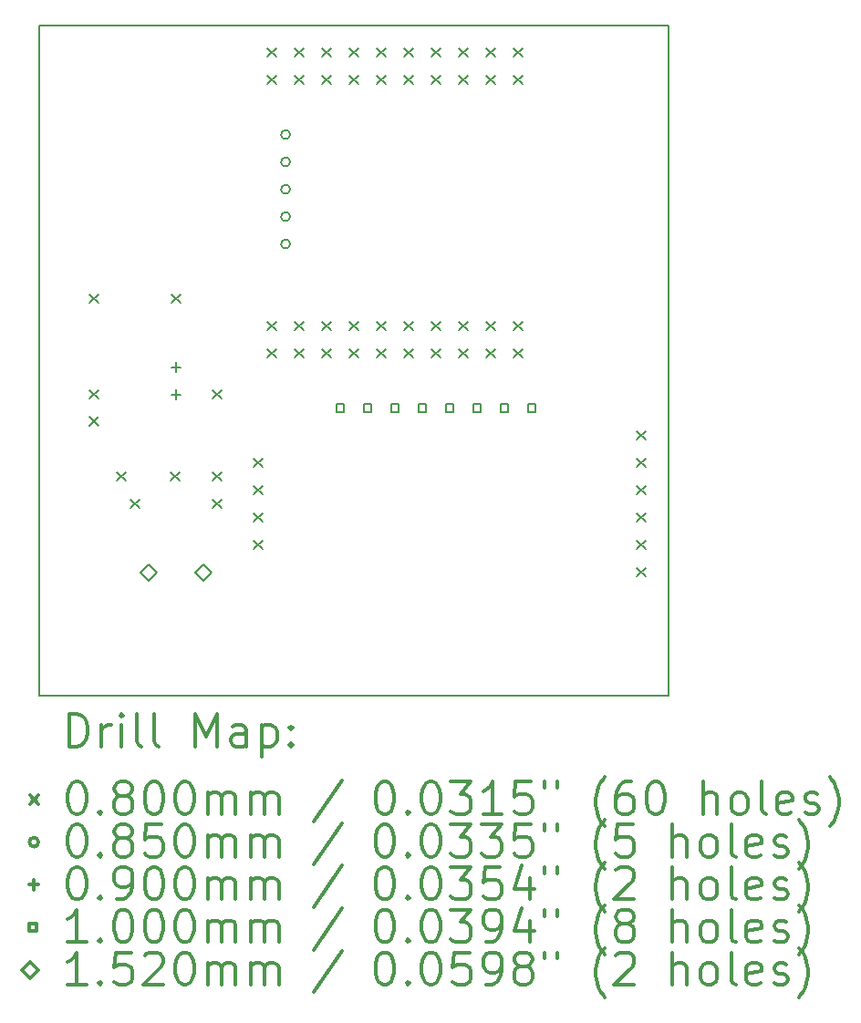
<source format=gbr>
%FSLAX45Y45*%
G04 Gerber Fmt 4.5, Leading zero omitted, Abs format (unit mm)*
G04 Created by KiCad (PCBNEW (5.1.12)-1) date 2022-01-06 10:15:55*
%MOMM*%
%LPD*%
G01*
G04 APERTURE LIST*
%TA.AperFunction,Profile*%
%ADD10C,0.150000*%
%TD*%
%ADD11C,0.200000*%
%ADD12C,0.300000*%
G04 APERTURE END LIST*
D10*
X17272000Y-7112000D02*
X11430000Y-7112000D01*
X17272000Y-13335000D02*
X17272000Y-7112000D01*
X11430000Y-13335000D02*
X17272000Y-13335000D01*
X11430000Y-7112000D02*
X11430000Y-13335000D01*
D11*
X11898000Y-9612000D02*
X11978000Y-9692000D01*
X11978000Y-9612000D02*
X11898000Y-9692000D01*
X11898000Y-10501000D02*
X11978000Y-10581000D01*
X11978000Y-10501000D02*
X11898000Y-10581000D01*
X11898000Y-10751000D02*
X11978000Y-10831000D01*
X11978000Y-10751000D02*
X11898000Y-10831000D01*
X12152000Y-11263000D02*
X12232000Y-11343000D01*
X12232000Y-11263000D02*
X12152000Y-11343000D01*
X12279000Y-11517000D02*
X12359000Y-11597000D01*
X12359000Y-11517000D02*
X12279000Y-11597000D01*
X12652000Y-11263000D02*
X12732000Y-11343000D01*
X12732000Y-11263000D02*
X12652000Y-11343000D01*
X12660000Y-9612000D02*
X12740000Y-9692000D01*
X12740000Y-9612000D02*
X12660000Y-9692000D01*
X13041000Y-10501000D02*
X13121000Y-10581000D01*
X13121000Y-10501000D02*
X13041000Y-10581000D01*
X13041000Y-11263000D02*
X13121000Y-11343000D01*
X13121000Y-11263000D02*
X13041000Y-11343000D01*
X13041000Y-11517000D02*
X13121000Y-11597000D01*
X13121000Y-11517000D02*
X13041000Y-11597000D01*
X13422000Y-11136000D02*
X13502000Y-11216000D01*
X13502000Y-11136000D02*
X13422000Y-11216000D01*
X13422000Y-11390000D02*
X13502000Y-11470000D01*
X13502000Y-11390000D02*
X13422000Y-11470000D01*
X13422000Y-11644000D02*
X13502000Y-11724000D01*
X13502000Y-11644000D02*
X13422000Y-11724000D01*
X13422000Y-11898000D02*
X13502000Y-11978000D01*
X13502000Y-11898000D02*
X13422000Y-11978000D01*
X13549000Y-7326000D02*
X13629000Y-7406000D01*
X13629000Y-7326000D02*
X13549000Y-7406000D01*
X13549000Y-7580000D02*
X13629000Y-7660000D01*
X13629000Y-7580000D02*
X13549000Y-7660000D01*
X13549000Y-9866000D02*
X13629000Y-9946000D01*
X13629000Y-9866000D02*
X13549000Y-9946000D01*
X13549000Y-10120000D02*
X13629000Y-10200000D01*
X13629000Y-10120000D02*
X13549000Y-10200000D01*
X13803000Y-7326000D02*
X13883000Y-7406000D01*
X13883000Y-7326000D02*
X13803000Y-7406000D01*
X13803000Y-7580000D02*
X13883000Y-7660000D01*
X13883000Y-7580000D02*
X13803000Y-7660000D01*
X13803000Y-9866000D02*
X13883000Y-9946000D01*
X13883000Y-9866000D02*
X13803000Y-9946000D01*
X13803000Y-10120000D02*
X13883000Y-10200000D01*
X13883000Y-10120000D02*
X13803000Y-10200000D01*
X14057000Y-7326000D02*
X14137000Y-7406000D01*
X14137000Y-7326000D02*
X14057000Y-7406000D01*
X14057000Y-7580000D02*
X14137000Y-7660000D01*
X14137000Y-7580000D02*
X14057000Y-7660000D01*
X14057000Y-9866000D02*
X14137000Y-9946000D01*
X14137000Y-9866000D02*
X14057000Y-9946000D01*
X14057000Y-10120000D02*
X14137000Y-10200000D01*
X14137000Y-10120000D02*
X14057000Y-10200000D01*
X14311000Y-7326000D02*
X14391000Y-7406000D01*
X14391000Y-7326000D02*
X14311000Y-7406000D01*
X14311000Y-7580000D02*
X14391000Y-7660000D01*
X14391000Y-7580000D02*
X14311000Y-7660000D01*
X14311000Y-9866000D02*
X14391000Y-9946000D01*
X14391000Y-9866000D02*
X14311000Y-9946000D01*
X14311000Y-10120000D02*
X14391000Y-10200000D01*
X14391000Y-10120000D02*
X14311000Y-10200000D01*
X14565000Y-7326000D02*
X14645000Y-7406000D01*
X14645000Y-7326000D02*
X14565000Y-7406000D01*
X14565000Y-7580000D02*
X14645000Y-7660000D01*
X14645000Y-7580000D02*
X14565000Y-7660000D01*
X14565000Y-9866000D02*
X14645000Y-9946000D01*
X14645000Y-9866000D02*
X14565000Y-9946000D01*
X14565000Y-10120000D02*
X14645000Y-10200000D01*
X14645000Y-10120000D02*
X14565000Y-10200000D01*
X14819000Y-7326000D02*
X14899000Y-7406000D01*
X14899000Y-7326000D02*
X14819000Y-7406000D01*
X14819000Y-7580000D02*
X14899000Y-7660000D01*
X14899000Y-7580000D02*
X14819000Y-7660000D01*
X14819000Y-9866000D02*
X14899000Y-9946000D01*
X14899000Y-9866000D02*
X14819000Y-9946000D01*
X14819000Y-10120000D02*
X14899000Y-10200000D01*
X14899000Y-10120000D02*
X14819000Y-10200000D01*
X15073000Y-7326000D02*
X15153000Y-7406000D01*
X15153000Y-7326000D02*
X15073000Y-7406000D01*
X15073000Y-7580000D02*
X15153000Y-7660000D01*
X15153000Y-7580000D02*
X15073000Y-7660000D01*
X15073000Y-9866000D02*
X15153000Y-9946000D01*
X15153000Y-9866000D02*
X15073000Y-9946000D01*
X15073000Y-10120000D02*
X15153000Y-10200000D01*
X15153000Y-10120000D02*
X15073000Y-10200000D01*
X15327000Y-7326000D02*
X15407000Y-7406000D01*
X15407000Y-7326000D02*
X15327000Y-7406000D01*
X15327000Y-7580000D02*
X15407000Y-7660000D01*
X15407000Y-7580000D02*
X15327000Y-7660000D01*
X15327000Y-9866000D02*
X15407000Y-9946000D01*
X15407000Y-9866000D02*
X15327000Y-9946000D01*
X15327000Y-10120000D02*
X15407000Y-10200000D01*
X15407000Y-10120000D02*
X15327000Y-10200000D01*
X15581000Y-7326000D02*
X15661000Y-7406000D01*
X15661000Y-7326000D02*
X15581000Y-7406000D01*
X15581000Y-7580000D02*
X15661000Y-7660000D01*
X15661000Y-7580000D02*
X15581000Y-7660000D01*
X15581000Y-9866000D02*
X15661000Y-9946000D01*
X15661000Y-9866000D02*
X15581000Y-9946000D01*
X15581000Y-10120000D02*
X15661000Y-10200000D01*
X15661000Y-10120000D02*
X15581000Y-10200000D01*
X15835000Y-7326000D02*
X15915000Y-7406000D01*
X15915000Y-7326000D02*
X15835000Y-7406000D01*
X15835000Y-7580000D02*
X15915000Y-7660000D01*
X15915000Y-7580000D02*
X15835000Y-7660000D01*
X15835000Y-9866000D02*
X15915000Y-9946000D01*
X15915000Y-9866000D02*
X15835000Y-9946000D01*
X15835000Y-10120000D02*
X15915000Y-10200000D01*
X15915000Y-10120000D02*
X15835000Y-10200000D01*
X16978000Y-10882000D02*
X17058000Y-10962000D01*
X17058000Y-10882000D02*
X16978000Y-10962000D01*
X16978000Y-11136000D02*
X17058000Y-11216000D01*
X17058000Y-11136000D02*
X16978000Y-11216000D01*
X16978000Y-11390000D02*
X17058000Y-11470000D01*
X17058000Y-11390000D02*
X16978000Y-11470000D01*
X16978000Y-11644000D02*
X17058000Y-11724000D01*
X17058000Y-11644000D02*
X16978000Y-11724000D01*
X16978000Y-11898000D02*
X17058000Y-11978000D01*
X17058000Y-11898000D02*
X16978000Y-11978000D01*
X16978000Y-12152000D02*
X17058000Y-12232000D01*
X17058000Y-12152000D02*
X16978000Y-12232000D01*
X13758500Y-8128000D02*
G75*
G03*
X13758500Y-8128000I-42500J0D01*
G01*
X13758500Y-8382000D02*
G75*
G03*
X13758500Y-8382000I-42500J0D01*
G01*
X13758500Y-8636000D02*
G75*
G03*
X13758500Y-8636000I-42500J0D01*
G01*
X13758500Y-8890000D02*
G75*
G03*
X13758500Y-8890000I-42500J0D01*
G01*
X13758500Y-9144000D02*
G75*
G03*
X13758500Y-9144000I-42500J0D01*
G01*
X12700000Y-10242000D02*
X12700000Y-10332000D01*
X12655000Y-10287000D02*
X12745000Y-10287000D01*
X12700000Y-10496000D02*
X12700000Y-10586000D01*
X12655000Y-10541000D02*
X12745000Y-10541000D01*
X14259356Y-10703356D02*
X14259356Y-10632644D01*
X14188644Y-10632644D01*
X14188644Y-10703356D01*
X14259356Y-10703356D01*
X14513356Y-10703356D02*
X14513356Y-10632644D01*
X14442644Y-10632644D01*
X14442644Y-10703356D01*
X14513356Y-10703356D01*
X14767356Y-10703356D02*
X14767356Y-10632644D01*
X14696644Y-10632644D01*
X14696644Y-10703356D01*
X14767356Y-10703356D01*
X15021356Y-10703356D02*
X15021356Y-10632644D01*
X14950644Y-10632644D01*
X14950644Y-10703356D01*
X15021356Y-10703356D01*
X15275356Y-10703356D02*
X15275356Y-10632644D01*
X15204644Y-10632644D01*
X15204644Y-10703356D01*
X15275356Y-10703356D01*
X15529356Y-10703356D02*
X15529356Y-10632644D01*
X15458644Y-10632644D01*
X15458644Y-10703356D01*
X15529356Y-10703356D01*
X15783356Y-10703356D02*
X15783356Y-10632644D01*
X15712644Y-10632644D01*
X15712644Y-10703356D01*
X15783356Y-10703356D01*
X16037356Y-10703356D02*
X16037356Y-10632644D01*
X15966644Y-10632644D01*
X15966644Y-10703356D01*
X16037356Y-10703356D01*
X12446000Y-12268000D02*
X12522000Y-12192000D01*
X12446000Y-12116000D01*
X12370000Y-12192000D01*
X12446000Y-12268000D01*
X12954000Y-12268000D02*
X13030000Y-12192000D01*
X12954000Y-12116000D01*
X12878000Y-12192000D01*
X12954000Y-12268000D01*
D12*
X11708928Y-13808214D02*
X11708928Y-13508214D01*
X11780357Y-13508214D01*
X11823214Y-13522500D01*
X11851786Y-13551071D01*
X11866071Y-13579643D01*
X11880357Y-13636786D01*
X11880357Y-13679643D01*
X11866071Y-13736786D01*
X11851786Y-13765357D01*
X11823214Y-13793929D01*
X11780357Y-13808214D01*
X11708928Y-13808214D01*
X12008928Y-13808214D02*
X12008928Y-13608214D01*
X12008928Y-13665357D02*
X12023214Y-13636786D01*
X12037500Y-13622500D01*
X12066071Y-13608214D01*
X12094643Y-13608214D01*
X12194643Y-13808214D02*
X12194643Y-13608214D01*
X12194643Y-13508214D02*
X12180357Y-13522500D01*
X12194643Y-13536786D01*
X12208928Y-13522500D01*
X12194643Y-13508214D01*
X12194643Y-13536786D01*
X12380357Y-13808214D02*
X12351786Y-13793929D01*
X12337500Y-13765357D01*
X12337500Y-13508214D01*
X12537500Y-13808214D02*
X12508928Y-13793929D01*
X12494643Y-13765357D01*
X12494643Y-13508214D01*
X12880357Y-13808214D02*
X12880357Y-13508214D01*
X12980357Y-13722500D01*
X13080357Y-13508214D01*
X13080357Y-13808214D01*
X13351786Y-13808214D02*
X13351786Y-13651071D01*
X13337500Y-13622500D01*
X13308928Y-13608214D01*
X13251786Y-13608214D01*
X13223214Y-13622500D01*
X13351786Y-13793929D02*
X13323214Y-13808214D01*
X13251786Y-13808214D01*
X13223214Y-13793929D01*
X13208928Y-13765357D01*
X13208928Y-13736786D01*
X13223214Y-13708214D01*
X13251786Y-13693929D01*
X13323214Y-13693929D01*
X13351786Y-13679643D01*
X13494643Y-13608214D02*
X13494643Y-13908214D01*
X13494643Y-13622500D02*
X13523214Y-13608214D01*
X13580357Y-13608214D01*
X13608928Y-13622500D01*
X13623214Y-13636786D01*
X13637500Y-13665357D01*
X13637500Y-13751071D01*
X13623214Y-13779643D01*
X13608928Y-13793929D01*
X13580357Y-13808214D01*
X13523214Y-13808214D01*
X13494643Y-13793929D01*
X13766071Y-13779643D02*
X13780357Y-13793929D01*
X13766071Y-13808214D01*
X13751786Y-13793929D01*
X13766071Y-13779643D01*
X13766071Y-13808214D01*
X13766071Y-13622500D02*
X13780357Y-13636786D01*
X13766071Y-13651071D01*
X13751786Y-13636786D01*
X13766071Y-13622500D01*
X13766071Y-13651071D01*
X11342500Y-14262500D02*
X11422500Y-14342500D01*
X11422500Y-14262500D02*
X11342500Y-14342500D01*
X11766071Y-14138214D02*
X11794643Y-14138214D01*
X11823214Y-14152500D01*
X11837500Y-14166786D01*
X11851786Y-14195357D01*
X11866071Y-14252500D01*
X11866071Y-14323929D01*
X11851786Y-14381071D01*
X11837500Y-14409643D01*
X11823214Y-14423929D01*
X11794643Y-14438214D01*
X11766071Y-14438214D01*
X11737500Y-14423929D01*
X11723214Y-14409643D01*
X11708928Y-14381071D01*
X11694643Y-14323929D01*
X11694643Y-14252500D01*
X11708928Y-14195357D01*
X11723214Y-14166786D01*
X11737500Y-14152500D01*
X11766071Y-14138214D01*
X11994643Y-14409643D02*
X12008928Y-14423929D01*
X11994643Y-14438214D01*
X11980357Y-14423929D01*
X11994643Y-14409643D01*
X11994643Y-14438214D01*
X12180357Y-14266786D02*
X12151786Y-14252500D01*
X12137500Y-14238214D01*
X12123214Y-14209643D01*
X12123214Y-14195357D01*
X12137500Y-14166786D01*
X12151786Y-14152500D01*
X12180357Y-14138214D01*
X12237500Y-14138214D01*
X12266071Y-14152500D01*
X12280357Y-14166786D01*
X12294643Y-14195357D01*
X12294643Y-14209643D01*
X12280357Y-14238214D01*
X12266071Y-14252500D01*
X12237500Y-14266786D01*
X12180357Y-14266786D01*
X12151786Y-14281071D01*
X12137500Y-14295357D01*
X12123214Y-14323929D01*
X12123214Y-14381071D01*
X12137500Y-14409643D01*
X12151786Y-14423929D01*
X12180357Y-14438214D01*
X12237500Y-14438214D01*
X12266071Y-14423929D01*
X12280357Y-14409643D01*
X12294643Y-14381071D01*
X12294643Y-14323929D01*
X12280357Y-14295357D01*
X12266071Y-14281071D01*
X12237500Y-14266786D01*
X12480357Y-14138214D02*
X12508928Y-14138214D01*
X12537500Y-14152500D01*
X12551786Y-14166786D01*
X12566071Y-14195357D01*
X12580357Y-14252500D01*
X12580357Y-14323929D01*
X12566071Y-14381071D01*
X12551786Y-14409643D01*
X12537500Y-14423929D01*
X12508928Y-14438214D01*
X12480357Y-14438214D01*
X12451786Y-14423929D01*
X12437500Y-14409643D01*
X12423214Y-14381071D01*
X12408928Y-14323929D01*
X12408928Y-14252500D01*
X12423214Y-14195357D01*
X12437500Y-14166786D01*
X12451786Y-14152500D01*
X12480357Y-14138214D01*
X12766071Y-14138214D02*
X12794643Y-14138214D01*
X12823214Y-14152500D01*
X12837500Y-14166786D01*
X12851786Y-14195357D01*
X12866071Y-14252500D01*
X12866071Y-14323929D01*
X12851786Y-14381071D01*
X12837500Y-14409643D01*
X12823214Y-14423929D01*
X12794643Y-14438214D01*
X12766071Y-14438214D01*
X12737500Y-14423929D01*
X12723214Y-14409643D01*
X12708928Y-14381071D01*
X12694643Y-14323929D01*
X12694643Y-14252500D01*
X12708928Y-14195357D01*
X12723214Y-14166786D01*
X12737500Y-14152500D01*
X12766071Y-14138214D01*
X12994643Y-14438214D02*
X12994643Y-14238214D01*
X12994643Y-14266786D02*
X13008928Y-14252500D01*
X13037500Y-14238214D01*
X13080357Y-14238214D01*
X13108928Y-14252500D01*
X13123214Y-14281071D01*
X13123214Y-14438214D01*
X13123214Y-14281071D02*
X13137500Y-14252500D01*
X13166071Y-14238214D01*
X13208928Y-14238214D01*
X13237500Y-14252500D01*
X13251786Y-14281071D01*
X13251786Y-14438214D01*
X13394643Y-14438214D02*
X13394643Y-14238214D01*
X13394643Y-14266786D02*
X13408928Y-14252500D01*
X13437500Y-14238214D01*
X13480357Y-14238214D01*
X13508928Y-14252500D01*
X13523214Y-14281071D01*
X13523214Y-14438214D01*
X13523214Y-14281071D02*
X13537500Y-14252500D01*
X13566071Y-14238214D01*
X13608928Y-14238214D01*
X13637500Y-14252500D01*
X13651786Y-14281071D01*
X13651786Y-14438214D01*
X14237500Y-14123929D02*
X13980357Y-14509643D01*
X14623214Y-14138214D02*
X14651786Y-14138214D01*
X14680357Y-14152500D01*
X14694643Y-14166786D01*
X14708928Y-14195357D01*
X14723214Y-14252500D01*
X14723214Y-14323929D01*
X14708928Y-14381071D01*
X14694643Y-14409643D01*
X14680357Y-14423929D01*
X14651786Y-14438214D01*
X14623214Y-14438214D01*
X14594643Y-14423929D01*
X14580357Y-14409643D01*
X14566071Y-14381071D01*
X14551786Y-14323929D01*
X14551786Y-14252500D01*
X14566071Y-14195357D01*
X14580357Y-14166786D01*
X14594643Y-14152500D01*
X14623214Y-14138214D01*
X14851786Y-14409643D02*
X14866071Y-14423929D01*
X14851786Y-14438214D01*
X14837500Y-14423929D01*
X14851786Y-14409643D01*
X14851786Y-14438214D01*
X15051786Y-14138214D02*
X15080357Y-14138214D01*
X15108928Y-14152500D01*
X15123214Y-14166786D01*
X15137500Y-14195357D01*
X15151786Y-14252500D01*
X15151786Y-14323929D01*
X15137500Y-14381071D01*
X15123214Y-14409643D01*
X15108928Y-14423929D01*
X15080357Y-14438214D01*
X15051786Y-14438214D01*
X15023214Y-14423929D01*
X15008928Y-14409643D01*
X14994643Y-14381071D01*
X14980357Y-14323929D01*
X14980357Y-14252500D01*
X14994643Y-14195357D01*
X15008928Y-14166786D01*
X15023214Y-14152500D01*
X15051786Y-14138214D01*
X15251786Y-14138214D02*
X15437500Y-14138214D01*
X15337500Y-14252500D01*
X15380357Y-14252500D01*
X15408928Y-14266786D01*
X15423214Y-14281071D01*
X15437500Y-14309643D01*
X15437500Y-14381071D01*
X15423214Y-14409643D01*
X15408928Y-14423929D01*
X15380357Y-14438214D01*
X15294643Y-14438214D01*
X15266071Y-14423929D01*
X15251786Y-14409643D01*
X15723214Y-14438214D02*
X15551786Y-14438214D01*
X15637500Y-14438214D02*
X15637500Y-14138214D01*
X15608928Y-14181071D01*
X15580357Y-14209643D01*
X15551786Y-14223929D01*
X15994643Y-14138214D02*
X15851786Y-14138214D01*
X15837500Y-14281071D01*
X15851786Y-14266786D01*
X15880357Y-14252500D01*
X15951786Y-14252500D01*
X15980357Y-14266786D01*
X15994643Y-14281071D01*
X16008928Y-14309643D01*
X16008928Y-14381071D01*
X15994643Y-14409643D01*
X15980357Y-14423929D01*
X15951786Y-14438214D01*
X15880357Y-14438214D01*
X15851786Y-14423929D01*
X15837500Y-14409643D01*
X16123214Y-14138214D02*
X16123214Y-14195357D01*
X16237500Y-14138214D02*
X16237500Y-14195357D01*
X16680357Y-14552500D02*
X16666071Y-14538214D01*
X16637500Y-14495357D01*
X16623214Y-14466786D01*
X16608928Y-14423929D01*
X16594643Y-14352500D01*
X16594643Y-14295357D01*
X16608928Y-14223929D01*
X16623214Y-14181071D01*
X16637500Y-14152500D01*
X16666071Y-14109643D01*
X16680357Y-14095357D01*
X16923214Y-14138214D02*
X16866071Y-14138214D01*
X16837500Y-14152500D01*
X16823214Y-14166786D01*
X16794643Y-14209643D01*
X16780357Y-14266786D01*
X16780357Y-14381071D01*
X16794643Y-14409643D01*
X16808928Y-14423929D01*
X16837500Y-14438214D01*
X16894643Y-14438214D01*
X16923214Y-14423929D01*
X16937500Y-14409643D01*
X16951786Y-14381071D01*
X16951786Y-14309643D01*
X16937500Y-14281071D01*
X16923214Y-14266786D01*
X16894643Y-14252500D01*
X16837500Y-14252500D01*
X16808928Y-14266786D01*
X16794643Y-14281071D01*
X16780357Y-14309643D01*
X17137500Y-14138214D02*
X17166071Y-14138214D01*
X17194643Y-14152500D01*
X17208928Y-14166786D01*
X17223214Y-14195357D01*
X17237500Y-14252500D01*
X17237500Y-14323929D01*
X17223214Y-14381071D01*
X17208928Y-14409643D01*
X17194643Y-14423929D01*
X17166071Y-14438214D01*
X17137500Y-14438214D01*
X17108928Y-14423929D01*
X17094643Y-14409643D01*
X17080357Y-14381071D01*
X17066071Y-14323929D01*
X17066071Y-14252500D01*
X17080357Y-14195357D01*
X17094643Y-14166786D01*
X17108928Y-14152500D01*
X17137500Y-14138214D01*
X17594643Y-14438214D02*
X17594643Y-14138214D01*
X17723214Y-14438214D02*
X17723214Y-14281071D01*
X17708928Y-14252500D01*
X17680357Y-14238214D01*
X17637500Y-14238214D01*
X17608928Y-14252500D01*
X17594643Y-14266786D01*
X17908928Y-14438214D02*
X17880357Y-14423929D01*
X17866071Y-14409643D01*
X17851786Y-14381071D01*
X17851786Y-14295357D01*
X17866071Y-14266786D01*
X17880357Y-14252500D01*
X17908928Y-14238214D01*
X17951786Y-14238214D01*
X17980357Y-14252500D01*
X17994643Y-14266786D01*
X18008928Y-14295357D01*
X18008928Y-14381071D01*
X17994643Y-14409643D01*
X17980357Y-14423929D01*
X17951786Y-14438214D01*
X17908928Y-14438214D01*
X18180357Y-14438214D02*
X18151786Y-14423929D01*
X18137500Y-14395357D01*
X18137500Y-14138214D01*
X18408928Y-14423929D02*
X18380357Y-14438214D01*
X18323214Y-14438214D01*
X18294643Y-14423929D01*
X18280357Y-14395357D01*
X18280357Y-14281071D01*
X18294643Y-14252500D01*
X18323214Y-14238214D01*
X18380357Y-14238214D01*
X18408928Y-14252500D01*
X18423214Y-14281071D01*
X18423214Y-14309643D01*
X18280357Y-14338214D01*
X18537500Y-14423929D02*
X18566071Y-14438214D01*
X18623214Y-14438214D01*
X18651786Y-14423929D01*
X18666071Y-14395357D01*
X18666071Y-14381071D01*
X18651786Y-14352500D01*
X18623214Y-14338214D01*
X18580357Y-14338214D01*
X18551786Y-14323929D01*
X18537500Y-14295357D01*
X18537500Y-14281071D01*
X18551786Y-14252500D01*
X18580357Y-14238214D01*
X18623214Y-14238214D01*
X18651786Y-14252500D01*
X18766071Y-14552500D02*
X18780357Y-14538214D01*
X18808928Y-14495357D01*
X18823214Y-14466786D01*
X18837500Y-14423929D01*
X18851786Y-14352500D01*
X18851786Y-14295357D01*
X18837500Y-14223929D01*
X18823214Y-14181071D01*
X18808928Y-14152500D01*
X18780357Y-14109643D01*
X18766071Y-14095357D01*
X11422500Y-14698500D02*
G75*
G03*
X11422500Y-14698500I-42500J0D01*
G01*
X11766071Y-14534214D02*
X11794643Y-14534214D01*
X11823214Y-14548500D01*
X11837500Y-14562786D01*
X11851786Y-14591357D01*
X11866071Y-14648500D01*
X11866071Y-14719929D01*
X11851786Y-14777071D01*
X11837500Y-14805643D01*
X11823214Y-14819929D01*
X11794643Y-14834214D01*
X11766071Y-14834214D01*
X11737500Y-14819929D01*
X11723214Y-14805643D01*
X11708928Y-14777071D01*
X11694643Y-14719929D01*
X11694643Y-14648500D01*
X11708928Y-14591357D01*
X11723214Y-14562786D01*
X11737500Y-14548500D01*
X11766071Y-14534214D01*
X11994643Y-14805643D02*
X12008928Y-14819929D01*
X11994643Y-14834214D01*
X11980357Y-14819929D01*
X11994643Y-14805643D01*
X11994643Y-14834214D01*
X12180357Y-14662786D02*
X12151786Y-14648500D01*
X12137500Y-14634214D01*
X12123214Y-14605643D01*
X12123214Y-14591357D01*
X12137500Y-14562786D01*
X12151786Y-14548500D01*
X12180357Y-14534214D01*
X12237500Y-14534214D01*
X12266071Y-14548500D01*
X12280357Y-14562786D01*
X12294643Y-14591357D01*
X12294643Y-14605643D01*
X12280357Y-14634214D01*
X12266071Y-14648500D01*
X12237500Y-14662786D01*
X12180357Y-14662786D01*
X12151786Y-14677071D01*
X12137500Y-14691357D01*
X12123214Y-14719929D01*
X12123214Y-14777071D01*
X12137500Y-14805643D01*
X12151786Y-14819929D01*
X12180357Y-14834214D01*
X12237500Y-14834214D01*
X12266071Y-14819929D01*
X12280357Y-14805643D01*
X12294643Y-14777071D01*
X12294643Y-14719929D01*
X12280357Y-14691357D01*
X12266071Y-14677071D01*
X12237500Y-14662786D01*
X12566071Y-14534214D02*
X12423214Y-14534214D01*
X12408928Y-14677071D01*
X12423214Y-14662786D01*
X12451786Y-14648500D01*
X12523214Y-14648500D01*
X12551786Y-14662786D01*
X12566071Y-14677071D01*
X12580357Y-14705643D01*
X12580357Y-14777071D01*
X12566071Y-14805643D01*
X12551786Y-14819929D01*
X12523214Y-14834214D01*
X12451786Y-14834214D01*
X12423214Y-14819929D01*
X12408928Y-14805643D01*
X12766071Y-14534214D02*
X12794643Y-14534214D01*
X12823214Y-14548500D01*
X12837500Y-14562786D01*
X12851786Y-14591357D01*
X12866071Y-14648500D01*
X12866071Y-14719929D01*
X12851786Y-14777071D01*
X12837500Y-14805643D01*
X12823214Y-14819929D01*
X12794643Y-14834214D01*
X12766071Y-14834214D01*
X12737500Y-14819929D01*
X12723214Y-14805643D01*
X12708928Y-14777071D01*
X12694643Y-14719929D01*
X12694643Y-14648500D01*
X12708928Y-14591357D01*
X12723214Y-14562786D01*
X12737500Y-14548500D01*
X12766071Y-14534214D01*
X12994643Y-14834214D02*
X12994643Y-14634214D01*
X12994643Y-14662786D02*
X13008928Y-14648500D01*
X13037500Y-14634214D01*
X13080357Y-14634214D01*
X13108928Y-14648500D01*
X13123214Y-14677071D01*
X13123214Y-14834214D01*
X13123214Y-14677071D02*
X13137500Y-14648500D01*
X13166071Y-14634214D01*
X13208928Y-14634214D01*
X13237500Y-14648500D01*
X13251786Y-14677071D01*
X13251786Y-14834214D01*
X13394643Y-14834214D02*
X13394643Y-14634214D01*
X13394643Y-14662786D02*
X13408928Y-14648500D01*
X13437500Y-14634214D01*
X13480357Y-14634214D01*
X13508928Y-14648500D01*
X13523214Y-14677071D01*
X13523214Y-14834214D01*
X13523214Y-14677071D02*
X13537500Y-14648500D01*
X13566071Y-14634214D01*
X13608928Y-14634214D01*
X13637500Y-14648500D01*
X13651786Y-14677071D01*
X13651786Y-14834214D01*
X14237500Y-14519929D02*
X13980357Y-14905643D01*
X14623214Y-14534214D02*
X14651786Y-14534214D01*
X14680357Y-14548500D01*
X14694643Y-14562786D01*
X14708928Y-14591357D01*
X14723214Y-14648500D01*
X14723214Y-14719929D01*
X14708928Y-14777071D01*
X14694643Y-14805643D01*
X14680357Y-14819929D01*
X14651786Y-14834214D01*
X14623214Y-14834214D01*
X14594643Y-14819929D01*
X14580357Y-14805643D01*
X14566071Y-14777071D01*
X14551786Y-14719929D01*
X14551786Y-14648500D01*
X14566071Y-14591357D01*
X14580357Y-14562786D01*
X14594643Y-14548500D01*
X14623214Y-14534214D01*
X14851786Y-14805643D02*
X14866071Y-14819929D01*
X14851786Y-14834214D01*
X14837500Y-14819929D01*
X14851786Y-14805643D01*
X14851786Y-14834214D01*
X15051786Y-14534214D02*
X15080357Y-14534214D01*
X15108928Y-14548500D01*
X15123214Y-14562786D01*
X15137500Y-14591357D01*
X15151786Y-14648500D01*
X15151786Y-14719929D01*
X15137500Y-14777071D01*
X15123214Y-14805643D01*
X15108928Y-14819929D01*
X15080357Y-14834214D01*
X15051786Y-14834214D01*
X15023214Y-14819929D01*
X15008928Y-14805643D01*
X14994643Y-14777071D01*
X14980357Y-14719929D01*
X14980357Y-14648500D01*
X14994643Y-14591357D01*
X15008928Y-14562786D01*
X15023214Y-14548500D01*
X15051786Y-14534214D01*
X15251786Y-14534214D02*
X15437500Y-14534214D01*
X15337500Y-14648500D01*
X15380357Y-14648500D01*
X15408928Y-14662786D01*
X15423214Y-14677071D01*
X15437500Y-14705643D01*
X15437500Y-14777071D01*
X15423214Y-14805643D01*
X15408928Y-14819929D01*
X15380357Y-14834214D01*
X15294643Y-14834214D01*
X15266071Y-14819929D01*
X15251786Y-14805643D01*
X15537500Y-14534214D02*
X15723214Y-14534214D01*
X15623214Y-14648500D01*
X15666071Y-14648500D01*
X15694643Y-14662786D01*
X15708928Y-14677071D01*
X15723214Y-14705643D01*
X15723214Y-14777071D01*
X15708928Y-14805643D01*
X15694643Y-14819929D01*
X15666071Y-14834214D01*
X15580357Y-14834214D01*
X15551786Y-14819929D01*
X15537500Y-14805643D01*
X15994643Y-14534214D02*
X15851786Y-14534214D01*
X15837500Y-14677071D01*
X15851786Y-14662786D01*
X15880357Y-14648500D01*
X15951786Y-14648500D01*
X15980357Y-14662786D01*
X15994643Y-14677071D01*
X16008928Y-14705643D01*
X16008928Y-14777071D01*
X15994643Y-14805643D01*
X15980357Y-14819929D01*
X15951786Y-14834214D01*
X15880357Y-14834214D01*
X15851786Y-14819929D01*
X15837500Y-14805643D01*
X16123214Y-14534214D02*
X16123214Y-14591357D01*
X16237500Y-14534214D02*
X16237500Y-14591357D01*
X16680357Y-14948500D02*
X16666071Y-14934214D01*
X16637500Y-14891357D01*
X16623214Y-14862786D01*
X16608928Y-14819929D01*
X16594643Y-14748500D01*
X16594643Y-14691357D01*
X16608928Y-14619929D01*
X16623214Y-14577071D01*
X16637500Y-14548500D01*
X16666071Y-14505643D01*
X16680357Y-14491357D01*
X16937500Y-14534214D02*
X16794643Y-14534214D01*
X16780357Y-14677071D01*
X16794643Y-14662786D01*
X16823214Y-14648500D01*
X16894643Y-14648500D01*
X16923214Y-14662786D01*
X16937500Y-14677071D01*
X16951786Y-14705643D01*
X16951786Y-14777071D01*
X16937500Y-14805643D01*
X16923214Y-14819929D01*
X16894643Y-14834214D01*
X16823214Y-14834214D01*
X16794643Y-14819929D01*
X16780357Y-14805643D01*
X17308928Y-14834214D02*
X17308928Y-14534214D01*
X17437500Y-14834214D02*
X17437500Y-14677071D01*
X17423214Y-14648500D01*
X17394643Y-14634214D01*
X17351786Y-14634214D01*
X17323214Y-14648500D01*
X17308928Y-14662786D01*
X17623214Y-14834214D02*
X17594643Y-14819929D01*
X17580357Y-14805643D01*
X17566071Y-14777071D01*
X17566071Y-14691357D01*
X17580357Y-14662786D01*
X17594643Y-14648500D01*
X17623214Y-14634214D01*
X17666071Y-14634214D01*
X17694643Y-14648500D01*
X17708928Y-14662786D01*
X17723214Y-14691357D01*
X17723214Y-14777071D01*
X17708928Y-14805643D01*
X17694643Y-14819929D01*
X17666071Y-14834214D01*
X17623214Y-14834214D01*
X17894643Y-14834214D02*
X17866071Y-14819929D01*
X17851786Y-14791357D01*
X17851786Y-14534214D01*
X18123214Y-14819929D02*
X18094643Y-14834214D01*
X18037500Y-14834214D01*
X18008928Y-14819929D01*
X17994643Y-14791357D01*
X17994643Y-14677071D01*
X18008928Y-14648500D01*
X18037500Y-14634214D01*
X18094643Y-14634214D01*
X18123214Y-14648500D01*
X18137500Y-14677071D01*
X18137500Y-14705643D01*
X17994643Y-14734214D01*
X18251786Y-14819929D02*
X18280357Y-14834214D01*
X18337500Y-14834214D01*
X18366071Y-14819929D01*
X18380357Y-14791357D01*
X18380357Y-14777071D01*
X18366071Y-14748500D01*
X18337500Y-14734214D01*
X18294643Y-14734214D01*
X18266071Y-14719929D01*
X18251786Y-14691357D01*
X18251786Y-14677071D01*
X18266071Y-14648500D01*
X18294643Y-14634214D01*
X18337500Y-14634214D01*
X18366071Y-14648500D01*
X18480357Y-14948500D02*
X18494643Y-14934214D01*
X18523214Y-14891357D01*
X18537500Y-14862786D01*
X18551786Y-14819929D01*
X18566071Y-14748500D01*
X18566071Y-14691357D01*
X18551786Y-14619929D01*
X18537500Y-14577071D01*
X18523214Y-14548500D01*
X18494643Y-14505643D01*
X18480357Y-14491357D01*
X11377500Y-15049500D02*
X11377500Y-15139500D01*
X11332500Y-15094500D02*
X11422500Y-15094500D01*
X11766071Y-14930214D02*
X11794643Y-14930214D01*
X11823214Y-14944500D01*
X11837500Y-14958786D01*
X11851786Y-14987357D01*
X11866071Y-15044500D01*
X11866071Y-15115929D01*
X11851786Y-15173071D01*
X11837500Y-15201643D01*
X11823214Y-15215929D01*
X11794643Y-15230214D01*
X11766071Y-15230214D01*
X11737500Y-15215929D01*
X11723214Y-15201643D01*
X11708928Y-15173071D01*
X11694643Y-15115929D01*
X11694643Y-15044500D01*
X11708928Y-14987357D01*
X11723214Y-14958786D01*
X11737500Y-14944500D01*
X11766071Y-14930214D01*
X11994643Y-15201643D02*
X12008928Y-15215929D01*
X11994643Y-15230214D01*
X11980357Y-15215929D01*
X11994643Y-15201643D01*
X11994643Y-15230214D01*
X12151786Y-15230214D02*
X12208928Y-15230214D01*
X12237500Y-15215929D01*
X12251786Y-15201643D01*
X12280357Y-15158786D01*
X12294643Y-15101643D01*
X12294643Y-14987357D01*
X12280357Y-14958786D01*
X12266071Y-14944500D01*
X12237500Y-14930214D01*
X12180357Y-14930214D01*
X12151786Y-14944500D01*
X12137500Y-14958786D01*
X12123214Y-14987357D01*
X12123214Y-15058786D01*
X12137500Y-15087357D01*
X12151786Y-15101643D01*
X12180357Y-15115929D01*
X12237500Y-15115929D01*
X12266071Y-15101643D01*
X12280357Y-15087357D01*
X12294643Y-15058786D01*
X12480357Y-14930214D02*
X12508928Y-14930214D01*
X12537500Y-14944500D01*
X12551786Y-14958786D01*
X12566071Y-14987357D01*
X12580357Y-15044500D01*
X12580357Y-15115929D01*
X12566071Y-15173071D01*
X12551786Y-15201643D01*
X12537500Y-15215929D01*
X12508928Y-15230214D01*
X12480357Y-15230214D01*
X12451786Y-15215929D01*
X12437500Y-15201643D01*
X12423214Y-15173071D01*
X12408928Y-15115929D01*
X12408928Y-15044500D01*
X12423214Y-14987357D01*
X12437500Y-14958786D01*
X12451786Y-14944500D01*
X12480357Y-14930214D01*
X12766071Y-14930214D02*
X12794643Y-14930214D01*
X12823214Y-14944500D01*
X12837500Y-14958786D01*
X12851786Y-14987357D01*
X12866071Y-15044500D01*
X12866071Y-15115929D01*
X12851786Y-15173071D01*
X12837500Y-15201643D01*
X12823214Y-15215929D01*
X12794643Y-15230214D01*
X12766071Y-15230214D01*
X12737500Y-15215929D01*
X12723214Y-15201643D01*
X12708928Y-15173071D01*
X12694643Y-15115929D01*
X12694643Y-15044500D01*
X12708928Y-14987357D01*
X12723214Y-14958786D01*
X12737500Y-14944500D01*
X12766071Y-14930214D01*
X12994643Y-15230214D02*
X12994643Y-15030214D01*
X12994643Y-15058786D02*
X13008928Y-15044500D01*
X13037500Y-15030214D01*
X13080357Y-15030214D01*
X13108928Y-15044500D01*
X13123214Y-15073071D01*
X13123214Y-15230214D01*
X13123214Y-15073071D02*
X13137500Y-15044500D01*
X13166071Y-15030214D01*
X13208928Y-15030214D01*
X13237500Y-15044500D01*
X13251786Y-15073071D01*
X13251786Y-15230214D01*
X13394643Y-15230214D02*
X13394643Y-15030214D01*
X13394643Y-15058786D02*
X13408928Y-15044500D01*
X13437500Y-15030214D01*
X13480357Y-15030214D01*
X13508928Y-15044500D01*
X13523214Y-15073071D01*
X13523214Y-15230214D01*
X13523214Y-15073071D02*
X13537500Y-15044500D01*
X13566071Y-15030214D01*
X13608928Y-15030214D01*
X13637500Y-15044500D01*
X13651786Y-15073071D01*
X13651786Y-15230214D01*
X14237500Y-14915929D02*
X13980357Y-15301643D01*
X14623214Y-14930214D02*
X14651786Y-14930214D01*
X14680357Y-14944500D01*
X14694643Y-14958786D01*
X14708928Y-14987357D01*
X14723214Y-15044500D01*
X14723214Y-15115929D01*
X14708928Y-15173071D01*
X14694643Y-15201643D01*
X14680357Y-15215929D01*
X14651786Y-15230214D01*
X14623214Y-15230214D01*
X14594643Y-15215929D01*
X14580357Y-15201643D01*
X14566071Y-15173071D01*
X14551786Y-15115929D01*
X14551786Y-15044500D01*
X14566071Y-14987357D01*
X14580357Y-14958786D01*
X14594643Y-14944500D01*
X14623214Y-14930214D01*
X14851786Y-15201643D02*
X14866071Y-15215929D01*
X14851786Y-15230214D01*
X14837500Y-15215929D01*
X14851786Y-15201643D01*
X14851786Y-15230214D01*
X15051786Y-14930214D02*
X15080357Y-14930214D01*
X15108928Y-14944500D01*
X15123214Y-14958786D01*
X15137500Y-14987357D01*
X15151786Y-15044500D01*
X15151786Y-15115929D01*
X15137500Y-15173071D01*
X15123214Y-15201643D01*
X15108928Y-15215929D01*
X15080357Y-15230214D01*
X15051786Y-15230214D01*
X15023214Y-15215929D01*
X15008928Y-15201643D01*
X14994643Y-15173071D01*
X14980357Y-15115929D01*
X14980357Y-15044500D01*
X14994643Y-14987357D01*
X15008928Y-14958786D01*
X15023214Y-14944500D01*
X15051786Y-14930214D01*
X15251786Y-14930214D02*
X15437500Y-14930214D01*
X15337500Y-15044500D01*
X15380357Y-15044500D01*
X15408928Y-15058786D01*
X15423214Y-15073071D01*
X15437500Y-15101643D01*
X15437500Y-15173071D01*
X15423214Y-15201643D01*
X15408928Y-15215929D01*
X15380357Y-15230214D01*
X15294643Y-15230214D01*
X15266071Y-15215929D01*
X15251786Y-15201643D01*
X15708928Y-14930214D02*
X15566071Y-14930214D01*
X15551786Y-15073071D01*
X15566071Y-15058786D01*
X15594643Y-15044500D01*
X15666071Y-15044500D01*
X15694643Y-15058786D01*
X15708928Y-15073071D01*
X15723214Y-15101643D01*
X15723214Y-15173071D01*
X15708928Y-15201643D01*
X15694643Y-15215929D01*
X15666071Y-15230214D01*
X15594643Y-15230214D01*
X15566071Y-15215929D01*
X15551786Y-15201643D01*
X15980357Y-15030214D02*
X15980357Y-15230214D01*
X15908928Y-14915929D02*
X15837500Y-15130214D01*
X16023214Y-15130214D01*
X16123214Y-14930214D02*
X16123214Y-14987357D01*
X16237500Y-14930214D02*
X16237500Y-14987357D01*
X16680357Y-15344500D02*
X16666071Y-15330214D01*
X16637500Y-15287357D01*
X16623214Y-15258786D01*
X16608928Y-15215929D01*
X16594643Y-15144500D01*
X16594643Y-15087357D01*
X16608928Y-15015929D01*
X16623214Y-14973071D01*
X16637500Y-14944500D01*
X16666071Y-14901643D01*
X16680357Y-14887357D01*
X16780357Y-14958786D02*
X16794643Y-14944500D01*
X16823214Y-14930214D01*
X16894643Y-14930214D01*
X16923214Y-14944500D01*
X16937500Y-14958786D01*
X16951786Y-14987357D01*
X16951786Y-15015929D01*
X16937500Y-15058786D01*
X16766071Y-15230214D01*
X16951786Y-15230214D01*
X17308928Y-15230214D02*
X17308928Y-14930214D01*
X17437500Y-15230214D02*
X17437500Y-15073071D01*
X17423214Y-15044500D01*
X17394643Y-15030214D01*
X17351786Y-15030214D01*
X17323214Y-15044500D01*
X17308928Y-15058786D01*
X17623214Y-15230214D02*
X17594643Y-15215929D01*
X17580357Y-15201643D01*
X17566071Y-15173071D01*
X17566071Y-15087357D01*
X17580357Y-15058786D01*
X17594643Y-15044500D01*
X17623214Y-15030214D01*
X17666071Y-15030214D01*
X17694643Y-15044500D01*
X17708928Y-15058786D01*
X17723214Y-15087357D01*
X17723214Y-15173071D01*
X17708928Y-15201643D01*
X17694643Y-15215929D01*
X17666071Y-15230214D01*
X17623214Y-15230214D01*
X17894643Y-15230214D02*
X17866071Y-15215929D01*
X17851786Y-15187357D01*
X17851786Y-14930214D01*
X18123214Y-15215929D02*
X18094643Y-15230214D01*
X18037500Y-15230214D01*
X18008928Y-15215929D01*
X17994643Y-15187357D01*
X17994643Y-15073071D01*
X18008928Y-15044500D01*
X18037500Y-15030214D01*
X18094643Y-15030214D01*
X18123214Y-15044500D01*
X18137500Y-15073071D01*
X18137500Y-15101643D01*
X17994643Y-15130214D01*
X18251786Y-15215929D02*
X18280357Y-15230214D01*
X18337500Y-15230214D01*
X18366071Y-15215929D01*
X18380357Y-15187357D01*
X18380357Y-15173071D01*
X18366071Y-15144500D01*
X18337500Y-15130214D01*
X18294643Y-15130214D01*
X18266071Y-15115929D01*
X18251786Y-15087357D01*
X18251786Y-15073071D01*
X18266071Y-15044500D01*
X18294643Y-15030214D01*
X18337500Y-15030214D01*
X18366071Y-15044500D01*
X18480357Y-15344500D02*
X18494643Y-15330214D01*
X18523214Y-15287357D01*
X18537500Y-15258786D01*
X18551786Y-15215929D01*
X18566071Y-15144500D01*
X18566071Y-15087357D01*
X18551786Y-15015929D01*
X18537500Y-14973071D01*
X18523214Y-14944500D01*
X18494643Y-14901643D01*
X18480357Y-14887357D01*
X11407856Y-15525856D02*
X11407856Y-15455144D01*
X11337144Y-15455144D01*
X11337144Y-15525856D01*
X11407856Y-15525856D01*
X11866071Y-15626214D02*
X11694643Y-15626214D01*
X11780357Y-15626214D02*
X11780357Y-15326214D01*
X11751786Y-15369071D01*
X11723214Y-15397643D01*
X11694643Y-15411929D01*
X11994643Y-15597643D02*
X12008928Y-15611929D01*
X11994643Y-15626214D01*
X11980357Y-15611929D01*
X11994643Y-15597643D01*
X11994643Y-15626214D01*
X12194643Y-15326214D02*
X12223214Y-15326214D01*
X12251786Y-15340500D01*
X12266071Y-15354786D01*
X12280357Y-15383357D01*
X12294643Y-15440500D01*
X12294643Y-15511929D01*
X12280357Y-15569071D01*
X12266071Y-15597643D01*
X12251786Y-15611929D01*
X12223214Y-15626214D01*
X12194643Y-15626214D01*
X12166071Y-15611929D01*
X12151786Y-15597643D01*
X12137500Y-15569071D01*
X12123214Y-15511929D01*
X12123214Y-15440500D01*
X12137500Y-15383357D01*
X12151786Y-15354786D01*
X12166071Y-15340500D01*
X12194643Y-15326214D01*
X12480357Y-15326214D02*
X12508928Y-15326214D01*
X12537500Y-15340500D01*
X12551786Y-15354786D01*
X12566071Y-15383357D01*
X12580357Y-15440500D01*
X12580357Y-15511929D01*
X12566071Y-15569071D01*
X12551786Y-15597643D01*
X12537500Y-15611929D01*
X12508928Y-15626214D01*
X12480357Y-15626214D01*
X12451786Y-15611929D01*
X12437500Y-15597643D01*
X12423214Y-15569071D01*
X12408928Y-15511929D01*
X12408928Y-15440500D01*
X12423214Y-15383357D01*
X12437500Y-15354786D01*
X12451786Y-15340500D01*
X12480357Y-15326214D01*
X12766071Y-15326214D02*
X12794643Y-15326214D01*
X12823214Y-15340500D01*
X12837500Y-15354786D01*
X12851786Y-15383357D01*
X12866071Y-15440500D01*
X12866071Y-15511929D01*
X12851786Y-15569071D01*
X12837500Y-15597643D01*
X12823214Y-15611929D01*
X12794643Y-15626214D01*
X12766071Y-15626214D01*
X12737500Y-15611929D01*
X12723214Y-15597643D01*
X12708928Y-15569071D01*
X12694643Y-15511929D01*
X12694643Y-15440500D01*
X12708928Y-15383357D01*
X12723214Y-15354786D01*
X12737500Y-15340500D01*
X12766071Y-15326214D01*
X12994643Y-15626214D02*
X12994643Y-15426214D01*
X12994643Y-15454786D02*
X13008928Y-15440500D01*
X13037500Y-15426214D01*
X13080357Y-15426214D01*
X13108928Y-15440500D01*
X13123214Y-15469071D01*
X13123214Y-15626214D01*
X13123214Y-15469071D02*
X13137500Y-15440500D01*
X13166071Y-15426214D01*
X13208928Y-15426214D01*
X13237500Y-15440500D01*
X13251786Y-15469071D01*
X13251786Y-15626214D01*
X13394643Y-15626214D02*
X13394643Y-15426214D01*
X13394643Y-15454786D02*
X13408928Y-15440500D01*
X13437500Y-15426214D01*
X13480357Y-15426214D01*
X13508928Y-15440500D01*
X13523214Y-15469071D01*
X13523214Y-15626214D01*
X13523214Y-15469071D02*
X13537500Y-15440500D01*
X13566071Y-15426214D01*
X13608928Y-15426214D01*
X13637500Y-15440500D01*
X13651786Y-15469071D01*
X13651786Y-15626214D01*
X14237500Y-15311929D02*
X13980357Y-15697643D01*
X14623214Y-15326214D02*
X14651786Y-15326214D01*
X14680357Y-15340500D01*
X14694643Y-15354786D01*
X14708928Y-15383357D01*
X14723214Y-15440500D01*
X14723214Y-15511929D01*
X14708928Y-15569071D01*
X14694643Y-15597643D01*
X14680357Y-15611929D01*
X14651786Y-15626214D01*
X14623214Y-15626214D01*
X14594643Y-15611929D01*
X14580357Y-15597643D01*
X14566071Y-15569071D01*
X14551786Y-15511929D01*
X14551786Y-15440500D01*
X14566071Y-15383357D01*
X14580357Y-15354786D01*
X14594643Y-15340500D01*
X14623214Y-15326214D01*
X14851786Y-15597643D02*
X14866071Y-15611929D01*
X14851786Y-15626214D01*
X14837500Y-15611929D01*
X14851786Y-15597643D01*
X14851786Y-15626214D01*
X15051786Y-15326214D02*
X15080357Y-15326214D01*
X15108928Y-15340500D01*
X15123214Y-15354786D01*
X15137500Y-15383357D01*
X15151786Y-15440500D01*
X15151786Y-15511929D01*
X15137500Y-15569071D01*
X15123214Y-15597643D01*
X15108928Y-15611929D01*
X15080357Y-15626214D01*
X15051786Y-15626214D01*
X15023214Y-15611929D01*
X15008928Y-15597643D01*
X14994643Y-15569071D01*
X14980357Y-15511929D01*
X14980357Y-15440500D01*
X14994643Y-15383357D01*
X15008928Y-15354786D01*
X15023214Y-15340500D01*
X15051786Y-15326214D01*
X15251786Y-15326214D02*
X15437500Y-15326214D01*
X15337500Y-15440500D01*
X15380357Y-15440500D01*
X15408928Y-15454786D01*
X15423214Y-15469071D01*
X15437500Y-15497643D01*
X15437500Y-15569071D01*
X15423214Y-15597643D01*
X15408928Y-15611929D01*
X15380357Y-15626214D01*
X15294643Y-15626214D01*
X15266071Y-15611929D01*
X15251786Y-15597643D01*
X15580357Y-15626214D02*
X15637500Y-15626214D01*
X15666071Y-15611929D01*
X15680357Y-15597643D01*
X15708928Y-15554786D01*
X15723214Y-15497643D01*
X15723214Y-15383357D01*
X15708928Y-15354786D01*
X15694643Y-15340500D01*
X15666071Y-15326214D01*
X15608928Y-15326214D01*
X15580357Y-15340500D01*
X15566071Y-15354786D01*
X15551786Y-15383357D01*
X15551786Y-15454786D01*
X15566071Y-15483357D01*
X15580357Y-15497643D01*
X15608928Y-15511929D01*
X15666071Y-15511929D01*
X15694643Y-15497643D01*
X15708928Y-15483357D01*
X15723214Y-15454786D01*
X15980357Y-15426214D02*
X15980357Y-15626214D01*
X15908928Y-15311929D02*
X15837500Y-15526214D01*
X16023214Y-15526214D01*
X16123214Y-15326214D02*
X16123214Y-15383357D01*
X16237500Y-15326214D02*
X16237500Y-15383357D01*
X16680357Y-15740500D02*
X16666071Y-15726214D01*
X16637500Y-15683357D01*
X16623214Y-15654786D01*
X16608928Y-15611929D01*
X16594643Y-15540500D01*
X16594643Y-15483357D01*
X16608928Y-15411929D01*
X16623214Y-15369071D01*
X16637500Y-15340500D01*
X16666071Y-15297643D01*
X16680357Y-15283357D01*
X16837500Y-15454786D02*
X16808928Y-15440500D01*
X16794643Y-15426214D01*
X16780357Y-15397643D01*
X16780357Y-15383357D01*
X16794643Y-15354786D01*
X16808928Y-15340500D01*
X16837500Y-15326214D01*
X16894643Y-15326214D01*
X16923214Y-15340500D01*
X16937500Y-15354786D01*
X16951786Y-15383357D01*
X16951786Y-15397643D01*
X16937500Y-15426214D01*
X16923214Y-15440500D01*
X16894643Y-15454786D01*
X16837500Y-15454786D01*
X16808928Y-15469071D01*
X16794643Y-15483357D01*
X16780357Y-15511929D01*
X16780357Y-15569071D01*
X16794643Y-15597643D01*
X16808928Y-15611929D01*
X16837500Y-15626214D01*
X16894643Y-15626214D01*
X16923214Y-15611929D01*
X16937500Y-15597643D01*
X16951786Y-15569071D01*
X16951786Y-15511929D01*
X16937500Y-15483357D01*
X16923214Y-15469071D01*
X16894643Y-15454786D01*
X17308928Y-15626214D02*
X17308928Y-15326214D01*
X17437500Y-15626214D02*
X17437500Y-15469071D01*
X17423214Y-15440500D01*
X17394643Y-15426214D01*
X17351786Y-15426214D01*
X17323214Y-15440500D01*
X17308928Y-15454786D01*
X17623214Y-15626214D02*
X17594643Y-15611929D01*
X17580357Y-15597643D01*
X17566071Y-15569071D01*
X17566071Y-15483357D01*
X17580357Y-15454786D01*
X17594643Y-15440500D01*
X17623214Y-15426214D01*
X17666071Y-15426214D01*
X17694643Y-15440500D01*
X17708928Y-15454786D01*
X17723214Y-15483357D01*
X17723214Y-15569071D01*
X17708928Y-15597643D01*
X17694643Y-15611929D01*
X17666071Y-15626214D01*
X17623214Y-15626214D01*
X17894643Y-15626214D02*
X17866071Y-15611929D01*
X17851786Y-15583357D01*
X17851786Y-15326214D01*
X18123214Y-15611929D02*
X18094643Y-15626214D01*
X18037500Y-15626214D01*
X18008928Y-15611929D01*
X17994643Y-15583357D01*
X17994643Y-15469071D01*
X18008928Y-15440500D01*
X18037500Y-15426214D01*
X18094643Y-15426214D01*
X18123214Y-15440500D01*
X18137500Y-15469071D01*
X18137500Y-15497643D01*
X17994643Y-15526214D01*
X18251786Y-15611929D02*
X18280357Y-15626214D01*
X18337500Y-15626214D01*
X18366071Y-15611929D01*
X18380357Y-15583357D01*
X18380357Y-15569071D01*
X18366071Y-15540500D01*
X18337500Y-15526214D01*
X18294643Y-15526214D01*
X18266071Y-15511929D01*
X18251786Y-15483357D01*
X18251786Y-15469071D01*
X18266071Y-15440500D01*
X18294643Y-15426214D01*
X18337500Y-15426214D01*
X18366071Y-15440500D01*
X18480357Y-15740500D02*
X18494643Y-15726214D01*
X18523214Y-15683357D01*
X18537500Y-15654786D01*
X18551786Y-15611929D01*
X18566071Y-15540500D01*
X18566071Y-15483357D01*
X18551786Y-15411929D01*
X18537500Y-15369071D01*
X18523214Y-15340500D01*
X18494643Y-15297643D01*
X18480357Y-15283357D01*
X11346500Y-15962500D02*
X11422500Y-15886500D01*
X11346500Y-15810500D01*
X11270500Y-15886500D01*
X11346500Y-15962500D01*
X11866071Y-16022214D02*
X11694643Y-16022214D01*
X11780357Y-16022214D02*
X11780357Y-15722214D01*
X11751786Y-15765071D01*
X11723214Y-15793643D01*
X11694643Y-15807929D01*
X11994643Y-15993643D02*
X12008928Y-16007929D01*
X11994643Y-16022214D01*
X11980357Y-16007929D01*
X11994643Y-15993643D01*
X11994643Y-16022214D01*
X12280357Y-15722214D02*
X12137500Y-15722214D01*
X12123214Y-15865071D01*
X12137500Y-15850786D01*
X12166071Y-15836500D01*
X12237500Y-15836500D01*
X12266071Y-15850786D01*
X12280357Y-15865071D01*
X12294643Y-15893643D01*
X12294643Y-15965071D01*
X12280357Y-15993643D01*
X12266071Y-16007929D01*
X12237500Y-16022214D01*
X12166071Y-16022214D01*
X12137500Y-16007929D01*
X12123214Y-15993643D01*
X12408928Y-15750786D02*
X12423214Y-15736500D01*
X12451786Y-15722214D01*
X12523214Y-15722214D01*
X12551786Y-15736500D01*
X12566071Y-15750786D01*
X12580357Y-15779357D01*
X12580357Y-15807929D01*
X12566071Y-15850786D01*
X12394643Y-16022214D01*
X12580357Y-16022214D01*
X12766071Y-15722214D02*
X12794643Y-15722214D01*
X12823214Y-15736500D01*
X12837500Y-15750786D01*
X12851786Y-15779357D01*
X12866071Y-15836500D01*
X12866071Y-15907929D01*
X12851786Y-15965071D01*
X12837500Y-15993643D01*
X12823214Y-16007929D01*
X12794643Y-16022214D01*
X12766071Y-16022214D01*
X12737500Y-16007929D01*
X12723214Y-15993643D01*
X12708928Y-15965071D01*
X12694643Y-15907929D01*
X12694643Y-15836500D01*
X12708928Y-15779357D01*
X12723214Y-15750786D01*
X12737500Y-15736500D01*
X12766071Y-15722214D01*
X12994643Y-16022214D02*
X12994643Y-15822214D01*
X12994643Y-15850786D02*
X13008928Y-15836500D01*
X13037500Y-15822214D01*
X13080357Y-15822214D01*
X13108928Y-15836500D01*
X13123214Y-15865071D01*
X13123214Y-16022214D01*
X13123214Y-15865071D02*
X13137500Y-15836500D01*
X13166071Y-15822214D01*
X13208928Y-15822214D01*
X13237500Y-15836500D01*
X13251786Y-15865071D01*
X13251786Y-16022214D01*
X13394643Y-16022214D02*
X13394643Y-15822214D01*
X13394643Y-15850786D02*
X13408928Y-15836500D01*
X13437500Y-15822214D01*
X13480357Y-15822214D01*
X13508928Y-15836500D01*
X13523214Y-15865071D01*
X13523214Y-16022214D01*
X13523214Y-15865071D02*
X13537500Y-15836500D01*
X13566071Y-15822214D01*
X13608928Y-15822214D01*
X13637500Y-15836500D01*
X13651786Y-15865071D01*
X13651786Y-16022214D01*
X14237500Y-15707929D02*
X13980357Y-16093643D01*
X14623214Y-15722214D02*
X14651786Y-15722214D01*
X14680357Y-15736500D01*
X14694643Y-15750786D01*
X14708928Y-15779357D01*
X14723214Y-15836500D01*
X14723214Y-15907929D01*
X14708928Y-15965071D01*
X14694643Y-15993643D01*
X14680357Y-16007929D01*
X14651786Y-16022214D01*
X14623214Y-16022214D01*
X14594643Y-16007929D01*
X14580357Y-15993643D01*
X14566071Y-15965071D01*
X14551786Y-15907929D01*
X14551786Y-15836500D01*
X14566071Y-15779357D01*
X14580357Y-15750786D01*
X14594643Y-15736500D01*
X14623214Y-15722214D01*
X14851786Y-15993643D02*
X14866071Y-16007929D01*
X14851786Y-16022214D01*
X14837500Y-16007929D01*
X14851786Y-15993643D01*
X14851786Y-16022214D01*
X15051786Y-15722214D02*
X15080357Y-15722214D01*
X15108928Y-15736500D01*
X15123214Y-15750786D01*
X15137500Y-15779357D01*
X15151786Y-15836500D01*
X15151786Y-15907929D01*
X15137500Y-15965071D01*
X15123214Y-15993643D01*
X15108928Y-16007929D01*
X15080357Y-16022214D01*
X15051786Y-16022214D01*
X15023214Y-16007929D01*
X15008928Y-15993643D01*
X14994643Y-15965071D01*
X14980357Y-15907929D01*
X14980357Y-15836500D01*
X14994643Y-15779357D01*
X15008928Y-15750786D01*
X15023214Y-15736500D01*
X15051786Y-15722214D01*
X15423214Y-15722214D02*
X15280357Y-15722214D01*
X15266071Y-15865071D01*
X15280357Y-15850786D01*
X15308928Y-15836500D01*
X15380357Y-15836500D01*
X15408928Y-15850786D01*
X15423214Y-15865071D01*
X15437500Y-15893643D01*
X15437500Y-15965071D01*
X15423214Y-15993643D01*
X15408928Y-16007929D01*
X15380357Y-16022214D01*
X15308928Y-16022214D01*
X15280357Y-16007929D01*
X15266071Y-15993643D01*
X15580357Y-16022214D02*
X15637500Y-16022214D01*
X15666071Y-16007929D01*
X15680357Y-15993643D01*
X15708928Y-15950786D01*
X15723214Y-15893643D01*
X15723214Y-15779357D01*
X15708928Y-15750786D01*
X15694643Y-15736500D01*
X15666071Y-15722214D01*
X15608928Y-15722214D01*
X15580357Y-15736500D01*
X15566071Y-15750786D01*
X15551786Y-15779357D01*
X15551786Y-15850786D01*
X15566071Y-15879357D01*
X15580357Y-15893643D01*
X15608928Y-15907929D01*
X15666071Y-15907929D01*
X15694643Y-15893643D01*
X15708928Y-15879357D01*
X15723214Y-15850786D01*
X15894643Y-15850786D02*
X15866071Y-15836500D01*
X15851786Y-15822214D01*
X15837500Y-15793643D01*
X15837500Y-15779357D01*
X15851786Y-15750786D01*
X15866071Y-15736500D01*
X15894643Y-15722214D01*
X15951786Y-15722214D01*
X15980357Y-15736500D01*
X15994643Y-15750786D01*
X16008928Y-15779357D01*
X16008928Y-15793643D01*
X15994643Y-15822214D01*
X15980357Y-15836500D01*
X15951786Y-15850786D01*
X15894643Y-15850786D01*
X15866071Y-15865071D01*
X15851786Y-15879357D01*
X15837500Y-15907929D01*
X15837500Y-15965071D01*
X15851786Y-15993643D01*
X15866071Y-16007929D01*
X15894643Y-16022214D01*
X15951786Y-16022214D01*
X15980357Y-16007929D01*
X15994643Y-15993643D01*
X16008928Y-15965071D01*
X16008928Y-15907929D01*
X15994643Y-15879357D01*
X15980357Y-15865071D01*
X15951786Y-15850786D01*
X16123214Y-15722214D02*
X16123214Y-15779357D01*
X16237500Y-15722214D02*
X16237500Y-15779357D01*
X16680357Y-16136500D02*
X16666071Y-16122214D01*
X16637500Y-16079357D01*
X16623214Y-16050786D01*
X16608928Y-16007929D01*
X16594643Y-15936500D01*
X16594643Y-15879357D01*
X16608928Y-15807929D01*
X16623214Y-15765071D01*
X16637500Y-15736500D01*
X16666071Y-15693643D01*
X16680357Y-15679357D01*
X16780357Y-15750786D02*
X16794643Y-15736500D01*
X16823214Y-15722214D01*
X16894643Y-15722214D01*
X16923214Y-15736500D01*
X16937500Y-15750786D01*
X16951786Y-15779357D01*
X16951786Y-15807929D01*
X16937500Y-15850786D01*
X16766071Y-16022214D01*
X16951786Y-16022214D01*
X17308928Y-16022214D02*
X17308928Y-15722214D01*
X17437500Y-16022214D02*
X17437500Y-15865071D01*
X17423214Y-15836500D01*
X17394643Y-15822214D01*
X17351786Y-15822214D01*
X17323214Y-15836500D01*
X17308928Y-15850786D01*
X17623214Y-16022214D02*
X17594643Y-16007929D01*
X17580357Y-15993643D01*
X17566071Y-15965071D01*
X17566071Y-15879357D01*
X17580357Y-15850786D01*
X17594643Y-15836500D01*
X17623214Y-15822214D01*
X17666071Y-15822214D01*
X17694643Y-15836500D01*
X17708928Y-15850786D01*
X17723214Y-15879357D01*
X17723214Y-15965071D01*
X17708928Y-15993643D01*
X17694643Y-16007929D01*
X17666071Y-16022214D01*
X17623214Y-16022214D01*
X17894643Y-16022214D02*
X17866071Y-16007929D01*
X17851786Y-15979357D01*
X17851786Y-15722214D01*
X18123214Y-16007929D02*
X18094643Y-16022214D01*
X18037500Y-16022214D01*
X18008928Y-16007929D01*
X17994643Y-15979357D01*
X17994643Y-15865071D01*
X18008928Y-15836500D01*
X18037500Y-15822214D01*
X18094643Y-15822214D01*
X18123214Y-15836500D01*
X18137500Y-15865071D01*
X18137500Y-15893643D01*
X17994643Y-15922214D01*
X18251786Y-16007929D02*
X18280357Y-16022214D01*
X18337500Y-16022214D01*
X18366071Y-16007929D01*
X18380357Y-15979357D01*
X18380357Y-15965071D01*
X18366071Y-15936500D01*
X18337500Y-15922214D01*
X18294643Y-15922214D01*
X18266071Y-15907929D01*
X18251786Y-15879357D01*
X18251786Y-15865071D01*
X18266071Y-15836500D01*
X18294643Y-15822214D01*
X18337500Y-15822214D01*
X18366071Y-15836500D01*
X18480357Y-16136500D02*
X18494643Y-16122214D01*
X18523214Y-16079357D01*
X18537500Y-16050786D01*
X18551786Y-16007929D01*
X18566071Y-15936500D01*
X18566071Y-15879357D01*
X18551786Y-15807929D01*
X18537500Y-15765071D01*
X18523214Y-15736500D01*
X18494643Y-15693643D01*
X18480357Y-15679357D01*
M02*

</source>
